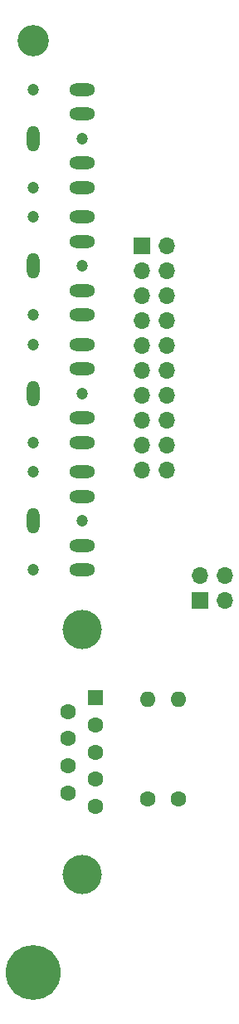
<source format=gbs>
%TF.GenerationSoftware,KiCad,Pcbnew,7.0.1*%
%TF.CreationDate,2023-11-25T16:04:20-05:00*%
%TF.ProjectId,PCI bracket board,50434920-6272-4616-936b-657420626f61,rev?*%
%TF.SameCoordinates,Original*%
%TF.FileFunction,Soldermask,Bot*%
%TF.FilePolarity,Negative*%
%FSLAX46Y46*%
G04 Gerber Fmt 4.6, Leading zero omitted, Abs format (unit mm)*
G04 Created by KiCad (PCBNEW 7.0.1) date 2023-11-25 16:04:20*
%MOMM*%
%LPD*%
G01*
G04 APERTURE LIST*
%ADD10C,1.200000*%
%ADD11O,1.308000X2.616000*%
%ADD12O,2.616000X1.308000*%
%ADD13R,1.700000X1.700000*%
%ADD14O,1.700000X1.700000*%
%ADD15C,4.000000*%
%ADD16R,1.600000X1.600000*%
%ADD17C,1.600000*%
%ADD18O,1.600000X1.600000*%
%ADD19C,3.200000*%
%ADD20C,5.600000*%
G04 APERTURE END LIST*
D10*
%TO.C,J4*%
X4503800Y-21000000D03*
X4503800Y-31000000D03*
X9503800Y-26000000D03*
D11*
X4503800Y-26000000D03*
D12*
X9503800Y-31000000D03*
X9503800Y-21000000D03*
X9503800Y-28500000D03*
X9503800Y-23500000D03*
%TD*%
D13*
%TO.C,J1*%
X21508800Y-60076000D03*
D14*
X21508800Y-57536000D03*
X24048800Y-60076000D03*
X24048800Y-57536000D03*
%TD*%
D15*
%TO.C,J7*%
X9466331Y-63080400D03*
X9466331Y-88080400D03*
D16*
X10886331Y-70040400D03*
D17*
X10886331Y-72810400D03*
X10886331Y-75580400D03*
X10886331Y-78350400D03*
X10886331Y-81120400D03*
X8046331Y-71425400D03*
X8046331Y-74195400D03*
X8046331Y-76965400D03*
X8046331Y-79735400D03*
%TD*%
%TO.C,AR1*%
X16154400Y-80314800D03*
D18*
X16154400Y-70154800D03*
%TD*%
D13*
%TO.C,W8*%
X15584400Y-23931800D03*
D14*
X18124400Y-23931800D03*
X15584400Y-26471800D03*
X18124400Y-26471800D03*
X15584400Y-29011800D03*
X18124400Y-29011800D03*
X15584400Y-31551800D03*
X18124400Y-31551800D03*
X15584400Y-34091800D03*
X18124400Y-34091800D03*
X15584400Y-36631800D03*
X18124400Y-36631800D03*
X15584400Y-39171800D03*
X18124400Y-39171800D03*
X15584400Y-41711800D03*
X18124400Y-41711800D03*
X15584400Y-44251800D03*
X18124400Y-44251800D03*
X15584400Y-46791800D03*
X18124400Y-46791800D03*
%TD*%
D10*
%TO.C,J3*%
X4503800Y-8000000D03*
X4503800Y-18000000D03*
X9503800Y-13000000D03*
D11*
X4503800Y-13000000D03*
D12*
X9503800Y-18000000D03*
X9503800Y-8000000D03*
X9503800Y-15500000D03*
X9503800Y-10500000D03*
%TD*%
D10*
%TO.C,J6*%
X4503800Y-47000000D03*
X4503800Y-57000000D03*
X9503800Y-52000000D03*
D11*
X4503800Y-52000000D03*
D12*
X9503800Y-57000000D03*
X9503800Y-47000000D03*
X9503800Y-54500000D03*
X9503800Y-49500000D03*
%TD*%
D17*
%TO.C,AR2*%
X19304000Y-80314800D03*
D18*
X19304000Y-70154800D03*
%TD*%
D19*
%TO.C,REF\u002A\u002A*%
X4500000Y-3000000D03*
%TD*%
D20*
%TO.C,REF\u002A\u002A*%
X4500000Y-98000000D03*
%TD*%
D10*
%TO.C,J5*%
X4503800Y-34000000D03*
X4503800Y-44000000D03*
X9503800Y-39000000D03*
D11*
X4503800Y-39000000D03*
D12*
X9503800Y-44000000D03*
X9503800Y-34000000D03*
X9503800Y-41500000D03*
X9503800Y-36500000D03*
%TD*%
M02*

</source>
